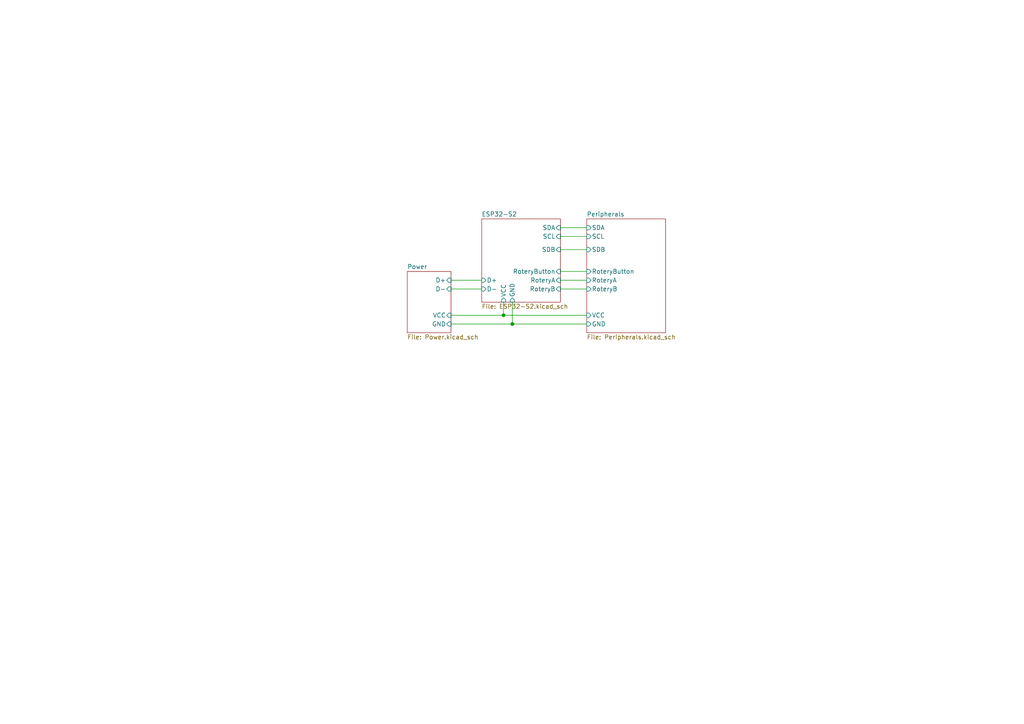
<source format=kicad_sch>
(kicad_sch (version 20210621) (generator eeschema)
  (paper "A4")
  (lib_symbols)
  (junction (at 146.05 91.44) (diameter 0.9144))
  (junction (at 148.59 93.98) (diameter 0.9144))
  (wire (pts (xy 130.81 81.28) (xy 139.7 81.28)))
  (wire (pts (xy 130.81 83.82) (xy 139.7 83.82)))
  (wire (pts (xy 130.81 91.44) (xy 146.05 91.44)))
  (wire (pts (xy 130.81 93.98) (xy 148.59 93.98)))
  (wire (pts (xy 146.05 87.63) (xy 146.05 91.44)))
  (wire (pts (xy 146.05 91.44) (xy 170.18 91.44)))
  (wire (pts (xy 148.59 87.63) (xy 148.59 93.98)))
  (wire (pts (xy 148.59 93.98) (xy 170.18 93.98)))
  (wire (pts (xy 162.56 66.04) (xy 170.18 66.04)))
  (wire (pts (xy 162.56 68.58) (xy 170.18 68.58)))
  (wire (pts (xy 162.56 72.39) (xy 170.18 72.39)))
  (wire (pts (xy 162.56 78.74) (xy 170.18 78.74)))
  (wire (pts (xy 162.56 81.28) (xy 170.18 81.28)))
  (wire (pts (xy 162.56 83.82) (xy 170.18 83.82)))
  (sheet (at 139.7 63.5) (size 22.86 24.13) (stroke (width 0.001))
    (property "Sheet name" "ESP32-S2" (at 139.7 62.8641 0) (effects (justify left bottom)))
    (property "Sheet file" "ESP32-S2.kicad_sch" (at 139.7 88.1389 0) (effects (justify left top)))
    (pin "GND" input (at 148.59 87.63 270))
    (pin "VCC" input (at 146.05 87.63 270))
    (pin "D+" input (at 139.7 81.28 180))
    (pin "D-" input (at 139.7 83.82 180))
    (pin "SCL" input (at 162.56 68.58 0))
    (pin "SDA" input (at 162.56 66.04 0))
    (pin "SDB" input (at 162.56 72.39 0))
    (pin "RoteryButton" input (at 162.56 78.74 0))
    (pin "RoteryB" input (at 162.56 83.82 0))
    (pin "RoteryA" input (at 162.56 81.28 0))
  )
  (sheet (at 170.18 63.5) (size 22.86 33.02) (stroke (width 0.001))
    (property "Sheet name" "Peripherals" (at 170.18 62.8641 0) (effects (justify left bottom)))
    (property "Sheet file" "Peripherals.kicad_sch" (at 170.18 97.0289 0) (effects (justify left top)))
    (pin "SDA" input (at 170.18 66.04 180))
    (pin "SDB" input (at 170.18 72.39 180))
    (pin "SCL" input (at 170.18 68.58 180))
    (pin "RoteryB" input (at 170.18 83.82 180))
    (pin "RoteryA" input (at 170.18 81.28 180))
    (pin "RoteryButton" input (at 170.18 78.74 180))
    (pin "VCC" input (at 170.18 91.44 180))
    (pin "GND" input (at 170.18 93.98 180))
  )
  (sheet (at 118.11 78.74) (size 12.7 17.78) (stroke (width 0.001))
    (property "Sheet name" "Power" (at 118.11 78.1041 0) (effects (justify left bottom)))
    (property "Sheet file" "Power.kicad_sch" (at 118.11 97.0289 0) (effects (justify left top)))
    (pin "VCC" input (at 130.81 91.44 0))
    (pin "GND" input (at 130.81 93.98 0))
    (pin "D-" input (at 130.81 83.82 0))
    (pin "D+" input (at 130.81 81.28 0))
  )
)
</source>
